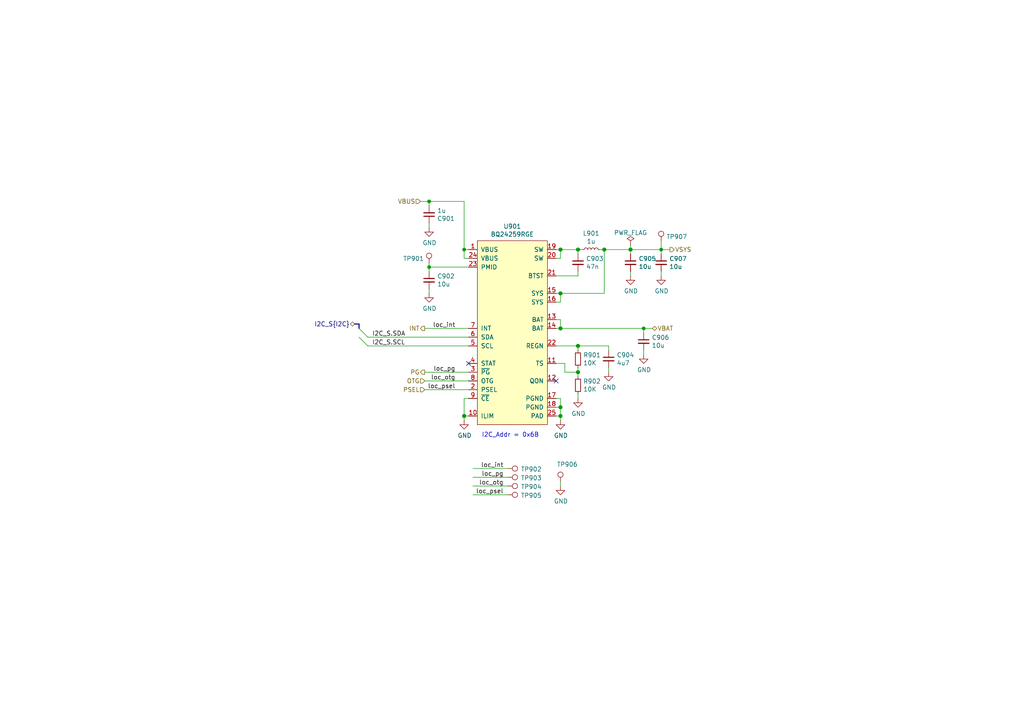
<source format=kicad_sch>
(kicad_sch (version 20210621) (generator eeschema)
  (paper "A4")
  (lib_symbols
    (symbol "DIYPie:BQ24259RGE" (pin_names (offset 1.016))
      (property "Reference" "U" (at -8.89 27.94 0))
      (property "Value" "BQ24259RGE" (at -3.81 -27.94 0))
      (symbol "BQ24259RGE_0_0"
        (pin power_in line (at -12.7 24.13 0) (length 2.54) (name "VBUS") (number "1"))
        (pin input line (at -12.7 -24.13 0) (length 2.54) (name "ILIM") (number "10"))
        (pin input line (at 12.7 -8.89 180) (length 2.54) (name "TS") (number "11"))
        (pin input line (at 12.7 -13.97 180) (length 2.54) (name "QON") (number "12"))
        (pin passive line (at 12.7 3.81 180) (length 2.54) (name "BAT") (number "13"))
        (pin passive line (at 12.7 1.27 180) (length 2.54) (name "BAT") (number "14"))
        (pin passive line (at 12.7 11.43 180) (length 2.54) (name "SYS") (number "15"))
        (pin passive line (at 12.7 8.89 180) (length 2.54) (name "SYS") (number "16"))
        (pin power_in line (at 12.7 -19.05 180) (length 2.54) (name "PGND") (number "17"))
        (pin power_in line (at 12.7 -21.59 180) (length 2.54) (name "PGND") (number "18"))
        (pin passive line (at 12.7 24.13 180) (length 2.54) (name "SW") (number "19"))
        (pin input line (at -12.7 -16.51 0) (length 2.54) (name "PSEL") (number "2"))
        (pin passive line (at 12.7 21.59 180) (length 2.54) (name "SW") (number "20"))
        (pin passive line (at 12.7 16.51 180) (length 2.54) (name "BTST") (number "21"))
        (pin passive line (at 12.7 -3.81 180) (length 2.54) (name "REGN") (number "22"))
        (pin passive line (at -12.7 19.05 0) (length 2.54) (name "PMID") (number "23"))
        (pin power_in line (at -12.7 21.59 0) (length 2.54) (name "VBUS") (number "24"))
        (pin power_in line (at 12.7 -24.13 180) (length 2.54) (name "PAD") (number "25"))
        (pin open_collector line (at -12.7 -11.43 0) (length 2.54) (name "~{PG}") (number "3"))
        (pin open_collector line (at -12.7 -8.89 0) (length 2.54) (name "STAT") (number "4"))
        (pin open_collector line (at -12.7 -3.81 0) (length 2.54) (name "SCL") (number "5"))
        (pin open_collector line (at -12.7 -1.27 0) (length 2.54) (name "SDA") (number "6"))
        (pin open_collector line (at -12.7 1.27 0) (length 2.54) (name "INT") (number "7"))
        (pin input line (at -12.7 -13.97 0) (length 2.54) (name "OTG") (number "8"))
        (pin input line (at -12.7 -19.05 0) (length 2.54) (name "~{CE}") (number "9"))
      )
      (symbol "BQ24259RGE_0_1"
        (rectangle (start -10.16 26.67) (end 10.16 -26.67) (fill (type background)))
      )
    )
    (symbol "DIYPie:TestPoint" (pin_numbers hide) (pin_names (offset 0.762) hide)
      (property "Reference" "TP" (at 0 5.588 0))
      (property "Value" "TestPoint" (at 0 3.81 0))
      (symbol "TestPoint_0_1"
        (circle (center 0 2.032) (radius 0.762))
      )
      (symbol "TestPoint_1_1"
        (pin passive line (at 0 0 90) (length 1.27) (name "1") (number "1"))
      )
    )
    (symbol "Device:C_Small" (pin_numbers hide) (pin_names (offset 0.254) hide)
      (property "Reference" "C" (at 0.254 1.778 0))
      (property "Value" "C_Small" (at 0.254 -2.032 0))
      (symbol "C_Small_0_1"
        (polyline (pts (xy -1.524 -0.508) (xy 1.524 -0.508)) (stroke (width 0.3302)))
        (polyline (pts (xy -1.524 0.508) (xy 1.524 0.508)) (stroke (width 0.3048)))
      )
      (symbol "C_Small_1_1"
        (pin passive line (at 0 2.54 270) (length 2.032) (name "~") (number "1"))
        (pin passive line (at 0 -2.54 90) (length 2.032) (name "~") (number "2"))
      )
    )
    (symbol "Device:L_Small" (pin_numbers hide) (pin_names (offset 0.254) hide)
      (property "Reference" "L" (at 0.762 1.016 0))
      (property "Value" "L_Small" (at 0.762 -1.016 0))
      (symbol "L_Small_0_1"
        (arc (start 0 -2.032) (end 0 -1.016) (radius (at 0 -1.524) (length 0.508) (angles -89.9 89.9)))
        (arc (start 0 -1.016) (end 0 0) (radius (at 0 -0.508) (length 0.508) (angles -89.9 89.9)))
        (arc (start 0 0) (end 0 1.016) (radius (at 0 0.508) (length 0.508) (angles -89.9 89.9)))
        (arc (start 0 1.016) (end 0 2.032) (radius (at 0 1.524) (length 0.508) (angles -89.9 89.9)))
      )
      (symbol "L_Small_1_1"
        (pin passive line (at 0 2.54 270) (length 0.508) (name "~") (number "1"))
        (pin passive line (at 0 -2.54 90) (length 0.508) (name "~") (number "2"))
      )
    )
    (symbol "Device:R_Small" (pin_numbers hide) (pin_names (offset 0.254) hide)
      (property "Reference" "R" (at 0.762 0.508 0))
      (property "Value" "R_Small" (at 0.762 -1.016 0))
      (symbol "R_Small_0_1"
        (rectangle (start -0.762 1.778) (end 0.762 -1.778) (stroke (width 0.2032)))
      )
      (symbol "R_Small_1_1"
        (pin passive line (at 0 2.54 270) (length 0.762) (name "~") (number "1"))
        (pin passive line (at 0 -2.54 90) (length 0.762) (name "~") (number "2"))
      )
    )
    (symbol "power:GND" (power) (pin_names (offset 0))
      (property "Value" "GND" (at 0 -3.81 0))
      (symbol "GND_0_1"
        (polyline (pts (xy 0 0) (xy 0 -1.27) (xy 1.27 -1.27) (xy 0 -2.54) (xy -1.27 -1.27) (xy 0 -1.27)))
      )
      (symbol "GND_1_1"
        (pin power_in line (at 0 0 270) (length 0) hide (name "GND") (number "1"))
      )
    )
    (symbol "power:PWR_FLAG" (power) (pin_numbers hide) (pin_names (offset 0) hide)
      (property "Value" "PWR_FLAG" (at 0 3.81 0))
      (symbol "PWR_FLAG_0_0"
        (pin power_out line (at 0 0 90) (length 0) (name "pwr") (number "1"))
      )
      (symbol "PWR_FLAG_0_1"
        (polyline (pts (xy 0 0) (xy 0 1.27) (xy -1.016 1.905) (xy 0 2.54) (xy 1.016 1.905) (xy 0 1.27)))
      )
    )
  )
  (junction (at 124.46 58.42) (diameter 0.9144))
  (junction (at 124.46 77.47) (diameter 0.9144))
  (junction (at 134.62 72.39) (diameter 0.9144))
  (junction (at 134.62 120.65) (diameter 1.016))
  (junction (at 162.56 72.39) (diameter 1.016))
  (junction (at 162.56 85.09) (diameter 1.016))
  (junction (at 162.56 95.25) (diameter 1.016))
  (junction (at 162.56 118.11) (diameter 1.016))
  (junction (at 162.56 120.65) (diameter 1.016))
  (junction (at 167.64 72.39) (diameter 1.016))
  (junction (at 167.64 100.33) (diameter 1.016))
  (junction (at 167.64 107.95) (diameter 1.016))
  (junction (at 175.26 72.39) (diameter 1.016))
  (junction (at 182.88 72.39) (diameter 1.016))
  (junction (at 186.69 95.25) (diameter 0.9144))
  (junction (at 191.77 72.39) (diameter 0.9144))
  (no_connect (at 135.89 105.41))
  (no_connect (at 161.29 110.49))
  (bus_entry (at 104.14 95.25) (size 2.54 2.54) (stroke (width 0.1524)))
  (bus_entry (at 104.14 97.79) (size 2.54 2.54) (stroke (width 0.1524)))
  (wire (pts (xy 106.68 97.79) (xy 135.89 97.79)))
  (wire (pts (xy 106.68 100.33) (xy 135.89 100.33)))
  (wire (pts (xy 121.92 58.42) (xy 124.46 58.42)))
  (wire (pts (xy 123.19 95.25) (xy 135.89 95.25)))
  (wire (pts (xy 123.19 107.95) (xy 135.89 107.95)))
  (wire (pts (xy 123.19 110.49) (xy 135.89 110.49)))
  (wire (pts (xy 123.19 113.03) (xy 135.89 113.03)))
  (wire (pts (xy 124.46 58.42) (xy 124.46 59.69)))
  (wire (pts (xy 124.46 58.42) (xy 134.62 58.42)))
  (wire (pts (xy 124.46 66.04) (xy 124.46 64.77)))
  (wire (pts (xy 124.46 76.2) (xy 124.46 77.47)))
  (wire (pts (xy 124.46 77.47) (xy 135.89 77.47)))
  (wire (pts (xy 124.46 78.74) (xy 124.46 77.47)))
  (wire (pts (xy 124.46 85.09) (xy 124.46 83.82)))
  (wire (pts (xy 134.62 58.42) (xy 134.62 72.39)))
  (wire (pts (xy 134.62 72.39) (xy 135.89 72.39)))
  (wire (pts (xy 134.62 74.93) (xy 134.62 72.39)))
  (wire (pts (xy 134.62 115.57) (xy 134.62 120.65)))
  (wire (pts (xy 134.62 120.65) (xy 134.62 121.92)))
  (wire (pts (xy 135.89 74.93) (xy 134.62 74.93)))
  (wire (pts (xy 135.89 115.57) (xy 134.62 115.57)))
  (wire (pts (xy 135.89 120.65) (xy 134.62 120.65)))
  (wire (pts (xy 137.16 135.89) (xy 147.32 135.89)))
  (wire (pts (xy 137.16 138.43) (xy 147.32 138.43)))
  (wire (pts (xy 137.16 140.97) (xy 147.32 140.97)))
  (wire (pts (xy 137.16 143.51) (xy 147.32 143.51)))
  (wire (pts (xy 161.29 72.39) (xy 162.56 72.39)))
  (wire (pts (xy 161.29 80.01) (xy 167.64 80.01)))
  (wire (pts (xy 161.29 87.63) (xy 162.56 87.63)))
  (wire (pts (xy 161.29 95.25) (xy 162.56 95.25)))
  (wire (pts (xy 161.29 100.33) (xy 167.64 100.33)))
  (wire (pts (xy 161.29 105.41) (xy 163.83 105.41)))
  (wire (pts (xy 161.29 115.57) (xy 162.56 115.57)))
  (wire (pts (xy 161.29 118.11) (xy 162.56 118.11)))
  (wire (pts (xy 161.29 120.65) (xy 162.56 120.65)))
  (wire (pts (xy 162.56 72.39) (xy 162.56 74.93)))
  (wire (pts (xy 162.56 72.39) (xy 167.64 72.39)))
  (wire (pts (xy 162.56 74.93) (xy 161.29 74.93)))
  (wire (pts (xy 162.56 85.09) (xy 161.29 85.09)))
  (wire (pts (xy 162.56 85.09) (xy 175.26 85.09)))
  (wire (pts (xy 162.56 87.63) (xy 162.56 85.09)))
  (wire (pts (xy 162.56 92.71) (xy 161.29 92.71)))
  (wire (pts (xy 162.56 95.25) (xy 162.56 92.71)))
  (wire (pts (xy 162.56 95.25) (xy 186.69 95.25)))
  (wire (pts (xy 162.56 115.57) (xy 162.56 118.11)))
  (wire (pts (xy 162.56 118.11) (xy 162.56 120.65)))
  (wire (pts (xy 162.56 120.65) (xy 162.56 121.92)))
  (wire (pts (xy 162.56 139.7) (xy 162.56 140.97)))
  (wire (pts (xy 163.83 105.41) (xy 163.83 107.95)))
  (wire (pts (xy 163.83 107.95) (xy 167.64 107.95)))
  (wire (pts (xy 167.64 72.39) (xy 168.91 72.39)))
  (wire (pts (xy 167.64 73.66) (xy 167.64 72.39)))
  (wire (pts (xy 167.64 80.01) (xy 167.64 78.74)))
  (wire (pts (xy 167.64 100.33) (xy 167.64 101.6)))
  (wire (pts (xy 167.64 100.33) (xy 176.53 100.33)))
  (wire (pts (xy 167.64 106.68) (xy 167.64 107.95)))
  (wire (pts (xy 167.64 107.95) (xy 167.64 109.22)))
  (wire (pts (xy 167.64 115.57) (xy 167.64 114.3)))
  (wire (pts (xy 173.99 72.39) (xy 175.26 72.39)))
  (wire (pts (xy 175.26 72.39) (xy 182.88 72.39)))
  (wire (pts (xy 175.26 85.09) (xy 175.26 72.39)))
  (wire (pts (xy 176.53 100.33) (xy 176.53 101.6)))
  (wire (pts (xy 176.53 106.68) (xy 176.53 107.95)))
  (wire (pts (xy 182.88 71.12) (xy 182.88 72.39)))
  (wire (pts (xy 182.88 72.39) (xy 182.88 73.66)))
  (wire (pts (xy 182.88 72.39) (xy 191.77 72.39)))
  (wire (pts (xy 182.88 80.01) (xy 182.88 78.74)))
  (wire (pts (xy 186.69 95.25) (xy 189.23 95.25)))
  (wire (pts (xy 186.69 96.52) (xy 186.69 95.25)))
  (wire (pts (xy 186.69 102.87) (xy 186.69 101.6)))
  (wire (pts (xy 191.77 69.85) (xy 191.77 72.39)))
  (wire (pts (xy 191.77 72.39) (xy 191.77 73.66)))
  (wire (pts (xy 191.77 72.39) (xy 194.31 72.39)))
  (wire (pts (xy 191.77 78.74) (xy 191.77 80.01)))
  (bus (pts (xy 102.87 93.98) (xy 104.14 93.98)))
  (bus (pts (xy 104.14 93.98) (xy 104.14 97.79)))
  (text "I2C_Addr = 0x6B" (at 139.7 127 0) (effects (font (size 1.27 1.27)) (justify left bottom)))
  (label "I2C_S.SDA" (at 107.95 97.79 0))
  (label "I2C_S.SCL" (at 107.95 100.33 0))
  (label "loc_int" (at 132.08 95.25 180))
  (label "loc_pg" (at 132.08 107.95 180))
  (label "loc_otg" (at 132.08 110.49 180))
  (label "loc_psel" (at 132.08 113.03 180))
  (label "loc_int" (at 146.05 135.89 180))
  (label "loc_pg" (at 146.05 138.43 180))
  (label "loc_otg" (at 146.05 140.97 180))
  (label "loc_psel" (at 146.05 143.51 180))
  (hierarchical_label "I2C_S{I2C}" (shape bidirectional) (at 102.87 93.98 180))
  (hierarchical_label "VBUS" (shape input) (at 121.92 58.42 180))
  (hierarchical_label "INT" (shape output) (at 123.19 95.25 180))
  (hierarchical_label "PG" (shape output) (at 123.19 107.95 180))
  (hierarchical_label "OTG" (shape input) (at 123.19 110.49 180))
  (hierarchical_label "PSEL" (shape input) (at 123.19 113.03 180))
  (hierarchical_label "VBAT" (shape bidirectional) (at 189.23 95.25 0))
  (hierarchical_label "VSYS" (shape output) (at 194.31 72.39 0))
  (symbol (lib_id "DIYPie:TestPoint") (at 124.46 76.2 0) (mirror y) (unit 1)
    (property "Reference" "TP901" (at 122.9868 75.0062 0) (effects (justify left)))
    (property "Value" "TestPoint" (effects hide))
    (property "Footprint" "DIYPie:TestPoint_Pad_D1.5mm" (effects hide))
    (property "Description" "Generic testpoint" (effects hide))
  )
  (symbol (lib_id "DIYPie:TestPoint") (at 147.32 135.89 270) (unit 1)
    (property "Reference" "TP902" (at 151.0538 136.0932 90) (effects (justify left)))
    (property "Value" "TestPoint" (effects hide))
    (property "Footprint" "DIYPie:TestPoint_Pad_D1.5mm" (effects hide))
    (property "Description" "Generic testpoint" (effects hide))
  )
  (symbol (lib_id "DIYPie:TestPoint") (at 147.32 138.43 270) (unit 1)
    (property "Reference" "TP903" (at 151.0538 138.6332 90) (effects (justify left)))
    (property "Value" "TestPoint" (effects hide))
    (property "Footprint" "DIYPie:TestPoint_Pad_D1.5mm" (effects hide))
    (property "Description" "Generic testpoint" (effects hide))
  )
  (symbol (lib_id "DIYPie:TestPoint") (at 147.32 140.97 270) (unit 1)
    (property "Reference" "TP904" (at 151.0538 141.1732 90) (effects (justify left)))
    (property "Value" "TestPoint" (effects hide))
    (property "Footprint" "DIYPie:TestPoint_Pad_D1.5mm" (effects hide))
    (property "Description" "Generic testpoint" (effects hide))
  )
  (symbol (lib_id "DIYPie:TestPoint") (at 147.32 143.51 270) (unit 1)
    (property "Reference" "TP905" (at 151.0538 143.7132 90) (effects (justify left)))
    (property "Value" "TestPoint" (effects hide))
    (property "Footprint" "DIYPie:TestPoint_Pad_D1.5mm" (effects hide))
    (property "Description" "Generic testpoint" (effects hide))
  )
  (symbol (lib_id "DIYPie:TestPoint") (at 162.56 139.7 0) (unit 1)
    (property "Reference" "TP906" (at 161.4932 134.6962 0) (effects (justify left)))
    (property "Value" "TestPoint" (effects hide))
    (property "Footprint" "DIYPie:TestPoint_Pad_D1.5mm" (effects hide))
    (property "Description" "Generic testpoint" (effects hide))
  )
  (symbol (lib_id "DIYPie:TestPoint") (at 191.77 69.85 0) (unit 1)
    (property "Reference" "TP907" (at 193.2432 68.6562 0) (effects (justify left)))
    (property "Value" "TestPoint" (effects hide))
    (property "Footprint" "DIYPie:TestPoint_Pad_D1.5mm" (effects hide))
    (property "Description" "Generic testpoint" (effects hide))
  )
  (symbol (lib_id "Device:L_Small") (at 171.45 72.39 90) (unit 1)
    (property "Reference" "L901" (at 171.45 67.691 90))
    (property "Value" "1u" (at 171.45 70.0024 90))
    (property "Footprint" "DIYPie:L_TYA4020" (effects hide))
    (property "Description" "Fixed Inductors 1uH 8.7A 20% Wire Wound" (effects hide))
    (property "Manufacturer" "Laird Performance Materials" (effects hide))
    (property "Manufacturer_PN" "TYA40201R0M-10" (effects hide))
    (property "Mouser_PN" "739-TYA40201R0M-10" (effects hide))
    (property "Mouser_PL" "https://ro.mouser.com/ProductDetail/Laird-Performance-Materials/TYA40201R0M-10?qs=sGAEpiMZZMv126LJFLh8yyOx6Bzv8ule4QdINMXvf7w%3D" (effects hide))
    (property "Tolerance" "20%" (effects hide))
    (property "Current" "4.2" (effects hide))
  )
  (symbol (lib_id "power:PWR_FLAG") (at 182.88 71.12 0) (unit 1)
    (property "Reference" "#FLG0901" (effects hide))
    (property "Value" "PWR_FLAG" (at 182.88 67.5154 0))
  )
  (symbol (lib_id "power:GND") (at 124.46 66.04 0) (unit 1)
    (property "Reference" "#PWR0901" (effects hide))
    (property "Value" "GND" (at 124.587 70.4342 0))
  )
  (symbol (lib_id "power:GND") (at 124.46 85.09 0) (unit 1)
    (property "Reference" "#PWR0902" (effects hide))
    (property "Value" "GND" (at 124.587 89.4842 0))
  )
  (symbol (lib_id "power:GND") (at 134.62 121.92 0) (unit 1)
    (property "Reference" "#PWR0903" (effects hide))
    (property "Value" "GND" (at 134.747 126.3142 0))
  )
  (symbol (lib_id "power:GND") (at 162.56 121.92 0) (unit 1)
    (property "Reference" "#PWR0904" (effects hide))
    (property "Value" "GND" (at 162.687 126.3142 0))
  )
  (symbol (lib_id "power:GND") (at 162.56 140.97 0) (unit 1)
    (property "Reference" "#PWR0905" (effects hide))
    (property "Value" "GND" (at 162.687 145.3642 0))
  )
  (symbol (lib_id "power:GND") (at 167.64 115.57 0) (unit 1)
    (property "Reference" "#PWR0906" (effects hide))
    (property "Value" "GND" (at 167.767 119.9642 0))
  )
  (symbol (lib_id "power:GND") (at 176.53 107.95 0) (unit 1)
    (property "Reference" "#PWR0907" (effects hide))
    (property "Value" "GND" (at 176.657 112.3442 0))
  )
  (symbol (lib_id "power:GND") (at 182.88 80.01 0) (unit 1)
    (property "Reference" "#PWR0908" (effects hide))
    (property "Value" "GND" (at 183.007 84.4042 0))
  )
  (symbol (lib_id "power:GND") (at 186.69 102.87 0) (unit 1)
    (property "Reference" "#PWR0909" (effects hide))
    (property "Value" "GND" (at 186.817 107.2642 0))
  )
  (symbol (lib_id "power:GND") (at 191.77 80.01 0) (unit 1)
    (property "Reference" "#PWR0910" (effects hide))
    (property "Value" "GND" (at 191.897 84.4042 0))
  )
  (symbol (lib_id "Device:R_Small") (at 167.64 104.14 0) (unit 1)
    (property "Reference" "R901" (at 169.1386 102.9716 0) (effects (justify left)))
    (property "Value" "10K" (at 169.1386 105.283 0) (effects (justify left)))
    (property "Footprint" "DIYPie:R_0402_1005Metric" (effects hide))
    (property "Manufacturer" "any" (effects hide))
    (property "Mouser_PN" "603-RC0402FR-0710KL" (effects hide))
    (property "Mouser_PL" "https://eu.mouser.com/ProductDetail/Yageo/RC0402FR-0710KL?qs=sGAEpiMZZMtlubZbdhIBIPp9I5DmXL4oTFYHT01xAts%3D" (effects hide))
    (property "Tolerance" "1%" (effects hide))
  )
  (symbol (lib_id "Device:R_Small") (at 167.64 111.76 0) (unit 1)
    (property "Reference" "R902" (at 169.1386 110.5916 0) (effects (justify left)))
    (property "Value" "10K" (at 169.1386 112.903 0) (effects (justify left)))
    (property "Footprint" "DIYPie:R_0402_1005Metric" (effects hide))
    (property "Manufacturer" "any" (effects hide))
    (property "Mouser_PN" "603-RC0402FR-0710KL" (effects hide))
    (property "Mouser_PL" "https://eu.mouser.com/ProductDetail/Yageo/RC0402FR-0710KL?qs=sGAEpiMZZMtlubZbdhIBIPp9I5DmXL4oTFYHT01xAts%3D" (effects hide))
    (property "Tolerance" "1%" (effects hide))
  )
  (symbol (lib_id "Device:C_Small") (at 124.46 62.23 0) (mirror x) (unit 1)
    (property "Reference" "C901" (at 126.7968 63.3984 0) (effects (justify left)))
    (property "Value" "1u" (at 126.7968 61.087 0) (effects (justify left)))
    (property "Footprint" "DIYPie:C_0402_1005Metric" (effects hide))
    (property "Manufacturer" "any" (effects hide))
    (property "Mouser_PN" "963-JMK105BJ105KV-F" (effects hide))
    (property "Mouser_PL" "https://eu.mouser.com/ProductDetail/Taiyo-Yuden/JMK105BJ105KV-F?qs=sGAEpiMZZMsh%252B1woXyUXjzXZPAgA2%252BEMtIn1%252BN%252BY7mE%3D" (effects hide))
    (property "Tolerance" "20%" (effects hide))
    (property "Voltage" "6.3V" (effects hide))
    (property "Dielectric" "X5R" (effects hide))
  )
  (symbol (lib_id "Device:C_Small") (at 124.46 81.28 0) (unit 1)
    (property "Reference" "C902" (at 126.7968 80.1116 0) (effects (justify left)))
    (property "Value" "10u" (at 126.7968 82.423 0) (effects (justify left)))
    (property "Footprint" "DIYPie:C_0603_1608Metric" (effects hide))
    (property "Manufacturer" "any" (effects hide))
    (property "Mouser_PN" "187-CL10A106MQ8NNNC" (effects hide))
    (property "Mouser_PL" "https://eu.mouser.com/ProductDetail/Samsung-Electro-Mechanics/CL10A106MQ8NNNC?qs=sGAEpiMZZMvsSlwiRhF8qlxW52pIu5FNbeqT8s0amCo%3D" (effects hide))
    (property "Tolerance" "20%" (effects hide))
    (property "Voltage" "6.3V" (effects hide))
    (property "Dielectric" "X5R" (effects hide))
  )
  (symbol (lib_id "Device:C_Small") (at 167.64 76.2 0) (mirror y) (unit 1)
    (property "Reference" "C903" (at 169.9768 75.0316 0) (effects (justify right)))
    (property "Value" "47n" (at 169.9768 77.343 0) (effects (justify right)))
    (property "Footprint" "DIYPie:C_0402_1005Metric" (effects hide))
    (property "Manufacturer" "any" (effects hide))
    (property "Mouser_PN" "963-EMK105B7473KV-F" (effects hide))
    (property "Mouser_PL" "https://eu.mouser.com/ProductDetail/Taiyo-Yuden/EMK105B7473KV-F?qs=sGAEpiMZZMvsSlwiRhF8qgJCQaFFkNE%2F1pa7ngtS4OE%3D" (effects hide))
    (property "Tolerance" "20%" (effects hide))
    (property "Voltage" "16V" (effects hide))
    (property "Dielectric" "X5R" (effects hide))
  )
  (symbol (lib_id "Device:C_Small") (at 176.53 104.14 0) (unit 1)
    (property "Reference" "C904" (at 178.8668 102.9716 0) (effects (justify left)))
    (property "Value" "4u7" (at 178.8668 105.283 0) (effects (justify left)))
    (property "Footprint" "DIYPie:C_0603_1608Metric" (effects hide))
    (property "Manufacturer" "any" (effects hide))
    (property "Mouser_PN" "187-CL10A475KP8NNNC" (effects hide))
    (property "Mouser_PL" "https://eu.mouser.com/ProductDetail/Samsung-Electro-Mechanics/CL10A475KP8NNNC?qs=sGAEpiMZZMt7gvpyg0xT8uePhgAryV60oEO7JM%2FL%2Fpg%3D" (effects hide))
    (property "Tolerance" "20%" (effects hide))
    (property "Voltage" "6.3V" (effects hide))
    (property "Dielectric" "X5R" (effects hide))
  )
  (symbol (lib_id "Device:C_Small") (at 182.88 76.2 0) (unit 1)
    (property "Reference" "C905" (at 185.2168 75.0316 0) (effects (justify left)))
    (property "Value" "10u" (at 185.2168 77.343 0) (effects (justify left)))
    (property "Footprint" "DIYPie:C_0603_1608Metric" (effects hide))
    (property "Manufacturer" "any" (effects hide))
    (property "Mouser_PN" "187-CL10A106MQ8NNNC" (effects hide))
    (property "Mouser_PL" "https://eu.mouser.com/ProductDetail/Samsung-Electro-Mechanics/CL10A106MQ8NNNC?qs=sGAEpiMZZMvsSlwiRhF8qlxW52pIu5FNbeqT8s0amCo%3D" (effects hide))
    (property "Tolerance" "20%" (effects hide))
    (property "Voltage" "6.3V" (effects hide))
    (property "Dielectric" "X5R" (effects hide))
  )
  (symbol (lib_id "Device:C_Small") (at 186.69 99.06 0) (unit 1)
    (property "Reference" "C906" (at 189.0268 97.8916 0) (effects (justify left)))
    (property "Value" "10u" (at 189.0268 100.203 0) (effects (justify left)))
    (property "Footprint" "DIYPie:C_0603_1608Metric" (effects hide))
    (property "Manufacturer" "any" (effects hide))
    (property "Mouser_PN" "187-CL10A106MQ8NNNC" (effects hide))
    (property "Mouser_PL" "https://eu.mouser.com/ProductDetail/Samsung-Electro-Mechanics/CL10A106MQ8NNNC?qs=sGAEpiMZZMvsSlwiRhF8qlxW52pIu5FNbeqT8s0amCo%3D" (effects hide))
    (property "Tolerance" "20%" (effects hide))
    (property "Voltage" "6.3V" (effects hide))
    (property "Dielectric" "X5R" (effects hide))
  )
  (symbol (lib_id "Device:C_Small") (at 191.77 76.2 0) (unit 1)
    (property "Reference" "C907" (at 194.1068 75.0316 0) (effects (justify left)))
    (property "Value" "10u" (at 194.1068 77.343 0) (effects (justify left)))
    (property "Footprint" "DIYPie:C_0603_1608Metric" (effects hide))
    (property "Manufacturer" "any" (effects hide))
    (property "Mouser_PN" "187-CL10A106MQ8NNNC" (effects hide))
    (property "Mouser_PL" "https://eu.mouser.com/ProductDetail/Samsung-Electro-Mechanics/CL10A106MQ8NNNC?qs=sGAEpiMZZMvsSlwiRhF8qlxW52pIu5FNbeqT8s0amCo%3D" (effects hide))
    (property "Tolerance" "20%" (effects hide))
    (property "Voltage" "6.3V" (effects hide))
    (property "Dielectric" "X5R" (effects hide))
  )
  (symbol (lib_id "DIYPie:BQ24259RGE") (at 148.59 96.52 0) (unit 1)
    (property "Reference" "U901" (at 148.59 65.659 0))
    (property "Value" "BQ24259RGE" (at 148.59 67.9704 0))
    (property "Footprint" "DIYPie:TI_BQ24259RGE" (effects hide))
    (property "Datasheet" "https://www.ti.com/lit/ds/symlink/bq24259.pdf?ts=1620738346673&ref_url=https%253A%252F%252Fwww.ti.com%252Fpower-management%252Fbattery-management%252Fcharger-ics%252Fproducts.html" (effects hide))
  )
)
</source>
